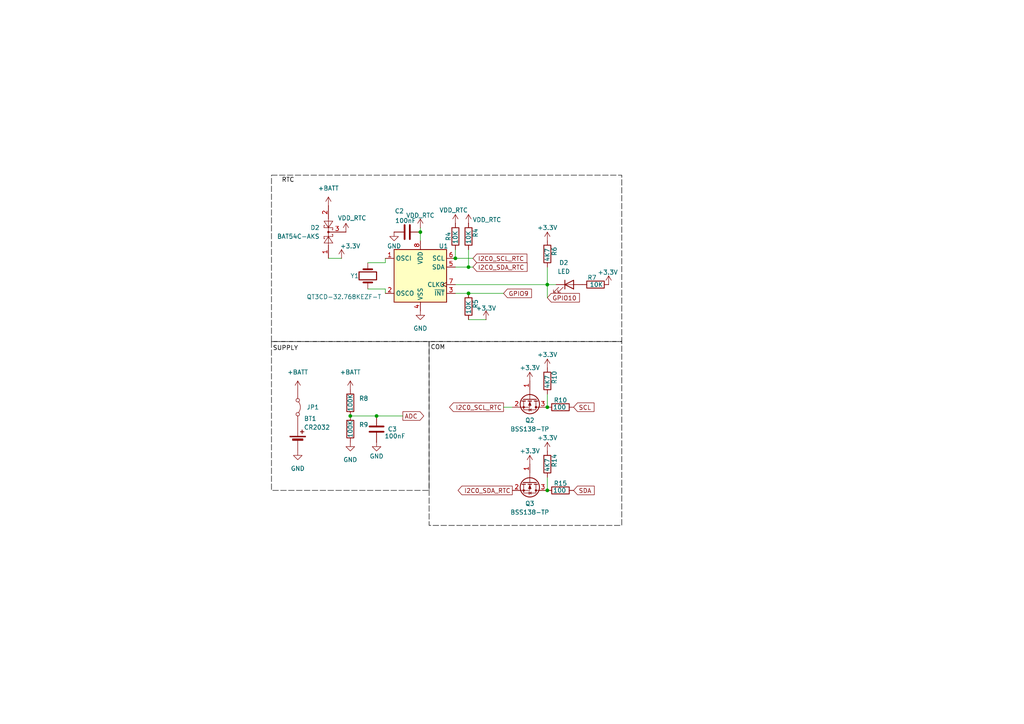
<source format=kicad_sch>
(kicad_sch (version 20250114) (generator "eeschema") (generator_version "9.0")
  (paper "A4")
  (title_block (title "Raspberry Pi Pico Logger - RTC") (date "2026-01-06") (rev "3.0") (company "Creator: Piotr Kłyś"))
  (lib_symbols
    (symbol "Device:Battery_Cell" (pin_numbers (hide yes)) (pin_names (offset 0) (hide yes))
      (property "Reference" "BT" (at 2.54 2.54 0))
      (property "Value" "Battery_Cell" (at 2.54 0 0))
      (symbol "Battery_Cell_0_1"
        (rectangle (start -2.286 1.778) (end 2.286 1.524) (fill (type outline)))
        (rectangle (start -1.524 1.016) (end 1.524 0.508) (fill (type outline)))
        (polyline (pts (xy 0 1.778) (xy 0 2.54)))
        (polyline (pts (xy 0 0.762) (xy 0 0)))
        (polyline (pts (xy 0.762 3.048) (xy 1.778 3.048)) (stroke (width 0.254)))
        (polyline (pts (xy 1.27 3.556) (xy 1.27 2.54)) (stroke (width 0.254)))
      )
      (symbol "Battery_Cell_1_1"
        (pin passive line (at 0 5.08 270) (length 2.54) (name "+") (number "1"))
        (pin passive line (at 0 -2.54 90) (length 2.54) (name "-") (number "2"))
      )
    )
    (symbol "Device:C" (pin_numbers (hide yes)) (pin_names (offset 0.254))
      (property "Reference" "C" (at 0.635 2.54 0))
      (property "Value" "C" (at 0.635 -2.54 0))
      (symbol "C_0_1"
        (polyline (pts (xy -2.032 0.762) (xy 2.032 0.762)) (stroke (width 0.508)))
        (polyline (pts (xy -2.032 -0.762) (xy 2.032 -0.762)) (stroke (width 0.508)))
      )
      (symbol "C_1_1"
        (pin passive line (at 0 3.81 270) (length 2.794) (name "~") (number "1"))
        (pin passive line (at 0 -3.81 90) (length 2.794) (name "~") (number "2"))
      )
    )
    (symbol "Device:Crystal" (pin_numbers (hide yes)) (pin_names (offset 1.016) (hide yes))
      (property "Reference" "Y" (at 0 3.81 0))
      (property "Value" "Crystal" (at 0 -3.81 0))
      (symbol "Crystal_0_1"
        (polyline (pts (xy -2.54 0) (xy -1.905 0)))
        (polyline (pts (xy -1.905 -1.27) (xy -1.905 1.27)) (stroke (width 0.508)))
        (rectangle (start -1.143 2.54) (end 1.143 -2.54) (stroke (width 0.3048)))
        (polyline (pts (xy 1.905 -1.27) (xy 1.905 1.27)) (stroke (width 0.508)))
        (polyline (pts (xy 2.54 0) (xy 1.905 0)))
      )
      (symbol "Crystal_1_1"
        (pin passive line (at -3.81 0 0) (length 1.27) (name "1") (number "1"))
        (pin passive line (at 3.81 0 180) (length 1.27) (name "2") (number "2"))
      )
    )
    (symbol "Device:LED" (pin_numbers (hide yes)) (pin_names (offset 1.016) (hide yes))
      (property "Reference" "D" (at 0 2.54 0))
      (property "Value" "LED" (at 0 -2.54 0))
      (symbol "LED_0_1"
        (polyline (pts (xy -3.048 -0.762) (xy -4.572 -2.286) (xy -3.81 -2.286) (xy -4.572 -2.286) (xy -4.572 -1.524)))
        (polyline (pts (xy -1.778 -0.762) (xy -3.302 -2.286) (xy -2.54 -2.286) (xy -3.302 -2.286) (xy -3.302 -1.524)))
        (polyline (pts (xy -1.27 0) (xy 1.27 0)))
        (polyline (pts (xy -1.27 -1.27) (xy -1.27 1.27)) (stroke (width 0.254)))
        (polyline (pts (xy 1.27 -1.27) (xy 1.27 1.27) (xy -1.27 0) (xy 1.27 -1.27)) (stroke (width 0.254)))
      )
      (symbol "LED_1_1"
        (pin passive line (at -3.81 0 0) (length 2.54) (name "K") (number "1"))
        (pin passive line (at 3.81 0 180) (length 2.54) (name "A") (number "2"))
      )
    )
    (symbol "Device:R" (pin_numbers (hide yes)) (pin_names (offset 0))
      (property "Reference" "R" (at 2.032 0 90))
      (property "Value" "R" (at 0 0 90))
      (symbol "R_0_1"
        (rectangle (start -1.016 -2.54) (end 1.016 2.54) (stroke (width 0.254)))
      )
      (symbol "R_1_1"
        (pin passive line (at 0 3.81 270) (length 1.27) (name "~") (number "1"))
        (pin passive line (at 0 -3.81 90) (length 1.27) (name "~") (number "2"))
      )
    )
    (symbol "Diode:BAT54C" (pin_names (offset 1.016))
      (property "Reference" "D" (at 0.635 -3.81 0))
      (property "Value" "BAT54C" (at -6.35 3.175 0))
      (symbol "BAT54C_0_1"
        (polyline (pts (xy -3.175 -1.27) (xy -3.175 1.27) (xy -1.27 0) (xy -3.175 -1.27)))
        (polyline (pts (xy -1.905 1.27) (xy -1.905 1.016)))
        (polyline (pts (xy -1.905 0) (xy 1.905 0)))
        (polyline (pts (xy -1.27 1.27) (xy -1.905 1.27)))
        (polyline (pts (xy -1.27 1.27) (xy -1.27 -1.27)))
        (polyline (pts (xy -1.27 0) (xy -3.81 0)))
        (polyline (pts (xy -1.27 -1.27) (xy -0.635 -1.27)))
        (polyline (pts (xy -0.635 -1.27) (xy -0.635 -1.016)))
        (circle (center 0 0) (radius 0.254) (fill (type outline)))
        (polyline (pts (xy 0.635 -1.27) (xy 0.635 -1.016)))
        (polyline (pts (xy 1.27 1.27) (xy 1.27 -1.27)))
        (polyline (pts (xy 1.27 1.27) (xy 1.905 1.27)))
        (polyline (pts (xy 1.27 -1.27) (xy 0.635 -1.27)))
        (polyline (pts (xy 1.905 1.27) (xy 1.905 1.016)))
        (polyline (pts (xy 3.175 -1.27) (xy 3.175 1.27) (xy 1.27 0) (xy 3.175 -1.27)))
        (polyline (pts (xy 3.81 0) (xy 1.27 0)))
      )
      (symbol "BAT54C_1_1"
        (pin passive line (at -7.62 0 0) (length 3.81) (name "~") (number "1"))
        (pin passive line (at 0 -5.08 90) (length 5.08) (name "~") (number "3"))
        (pin passive line (at 7.62 0 180) (length 3.81) (name "~") (number "2"))
      )
    )
    (symbol "Jumper:Jumper_2_Bridged" (pin_numbers (hide yes)) (pin_names (offset 0) (hide yes))
      (property "Reference" "JP" (at 0 1.905 0))
      (property "Value" "Jumper_2_Bridged" (at 0 -2.54 0))
      (symbol "Jumper_2_Bridged_0_0"
        (circle (center -2.032 0) (radius 0.508))
        (circle (center 2.032 0) (radius 0.508))
      )
      (symbol "Jumper_2_Bridged_0_1"
        (arc (start -1.524 0.254) (mid 0 0.762) (end 1.524 0.254))
      )
      (symbol "Jumper_2_Bridged_1_1"
        (pin passive line (at -5.08 0 0) (length 2.54) (name "A") (number "1"))
        (pin passive line (at 5.08 0 180) (length 2.54) (name "B") (number "2"))
      )
    )
    (symbol "Timer_RTC:PCF8563T"
      (property "Reference" "U" (at -7.62 8.89 0))
      (property "Value" "PCF8563T" (at 2.54 8.89 0))
      (symbol "PCF8563T_0_1"
        (rectangle (start -7.62 7.62) (end 7.62 -7.62) (stroke (width 0.254)) (fill (type background)))
      )
      (symbol "PCF8563T_1_1"
        (pin input line (at -10.16 5.08 0) (length 2.54) (name "OSCI") (number "1"))
        (pin output line (at -10.16 -5.08 0) (length 2.54) (name "OSCO") (number "2"))
        (pin power_in line (at 0 10.16 270) (length 2.54) (name "VDD") (number "8"))
        (pin power_in line (at 0 -10.16 90) (length 2.54) (name "VSS") (number "4"))
        (pin input line (at 10.16 5.08 180) (length 2.54) (name "SCL") (number "6"))
        (pin bidirectional line (at 10.16 2.54 180) (length 2.54) (name "SDA") (number "5"))
        (pin output clock (at 10.16 -2.54 180) (length 2.54) (name "CLKO") (number "7"))
        (pin output line (at 10.16 -5.08 180) (length 2.54) (name "~{INT}") (number "3"))
      )
    )
    (symbol "Transistor_FET:BSS138" (pin_names (offset 0) (hide yes))
      (property "Reference" "Q" (at 5.08 1.905 0))
      (property "Value" "BSS138" (at 5.08 0 0))
      (symbol "BSS138_0_1"
        (polyline (pts (xy 0.254 1.905) (xy 0.254 -1.905)) (stroke (width 0.254)))
        (polyline (pts (xy 0.254 0) (xy -2.54 0)))
        (polyline (pts (xy 0.762 2.286) (xy 0.762 1.27)) (stroke (width 0.254)))
        (polyline (pts (xy 0.762 0.508) (xy 0.762 -0.508)) (stroke (width 0.254)))
        (polyline (pts (xy 0.762 -1.27) (xy 0.762 -2.286)) (stroke (width 0.254)))
        (polyline (pts (xy 0.762 -1.778) (xy 3.302 -1.778) (xy 3.302 1.778) (xy 0.762 1.778)))
        (polyline (pts (xy 1.016 0) (xy 2.032 0.381) (xy 2.032 -0.381) (xy 1.016 0)) (fill (type outline)))
        (circle (center 1.651 0) (radius 2.794) (stroke (width 0.254)))
        (polyline (pts (xy 2.54 2.54) (xy 2.54 1.778)))
        (circle (center 2.54 1.778) (radius 0.254) (fill (type outline)))
        (circle (center 2.54 -1.778) (radius 0.254) (fill (type outline)))
        (polyline (pts (xy 2.54 -2.54) (xy 2.54 0) (xy 0.762 0)))
        (polyline (pts (xy 2.921 0.381) (xy 3.683 0.381)))
        (polyline (pts (xy 3.302 0.381) (xy 2.921 -0.254) (xy 3.683 -0.254) (xy 3.302 0.381)))
      )
      (symbol "BSS138_1_1"
        (pin input line (at -5.08 0 0) (length 2.54) (name "G") (number "1"))
        (pin passive line (at 2.54 5.08 270) (length 2.54) (name "D") (number "3"))
        (pin passive line (at 2.54 -5.08 90) (length 2.54) (name "S") (number "2"))
      )
    )
    (symbol "power:+3.3V" (power) (pin_numbers (hide yes)) (pin_names (offset 0) (hide yes))
      (property "Value" "+3.3V" (at 0 3.556 0))
      (symbol "+3.3V_0_1"
        (polyline (pts (xy -0.762 1.27) (xy 0 2.54)))
        (polyline (pts (xy 0 2.54) (xy 0.762 1.27)))
        (polyline (pts (xy 0 0) (xy 0 2.54)))
      )
      (symbol "+3.3V_1_1"
        (pin power_in line (at 0 0 90) (length 0) (name "~") (number "1"))
      )
    )
    (symbol "power:+BATT" (power) (pin_numbers (hide yes)) (pin_names (offset 0) (hide yes))
      (property "Value" "+BATT" (at 0 3.556 0))
      (symbol "+BATT_0_1"
        (polyline (pts (xy -0.762 1.27) (xy 0 2.54)))
        (polyline (pts (xy 0 2.54) (xy 0.762 1.27)))
        (polyline (pts (xy 0 0) (xy 0 2.54)))
      )
      (symbol "+BATT_1_1"
        (pin power_in line (at 0 0 90) (length 0) (name "~") (number "1"))
      )
    )
    (symbol "power:GND" (power) (pin_numbers (hide yes)) (pin_names (offset 0) (hide yes))
      (property "Value" "GND" (at 0 -3.81 0))
      (symbol "GND_0_1"
        (polyline (pts (xy 0 0) (xy 0 -1.27) (xy 1.27 -1.27) (xy 0 -2.54) (xy -1.27 -1.27) (xy 0 -1.27)))
      )
      (symbol "GND_1_1"
        (pin power_in line (at 0 0 270) (length 0) (name "~") (number "1"))
      )
    )
  )
  (rectangle (start 78.74 99.06) (end 124.46 142.2406) (stroke (width 0) (type dash) (color 0 0 0 1)))
  (rectangle (start 78.74 50.8) (end 180.34 99.06) (stroke (width 0) (type dash) (color 0 0 0 1)))
  (rectangle (start 124.46 99.06) (end 180.34 152.4) (stroke (width 0) (type dash) (color 0 0 0 1)))
  (text "RTC" (at 83.5424 52.3241 0) (effects (font (size 1.27 1.27))))
  (text "SUPPLY" (at 82.804 101.092 0) (effects (font (size 1.27 1.27))))
  (text "COM" (at 127 100.838 0) (effects (font (size 1.27 1.27))))
  (junction (at 101.6 120.65))
  (junction (at 121.92 67.31))
  (junction (at 135.89 77.47))
  (junction (at 158.75 82.55))
  (junction (at 132.08 74.93))
  (junction (at 135.89 85.09))
  (junction (at 109.22 120.65))
  (junction (at 158.75 142.24))
  (junction (at 158.75 118.11))
  (wire (pts (xy 121.92 67.31) (xy 121.92 69.85)))
  (wire (pts (xy 135.89 72.39) (xy 135.89 77.47)))
  (wire (pts (xy 146.05 85.09) (xy 135.89 85.09)))
  (wire (pts (xy 109.22 120.65) (xy 116.84 120.65)))
  (wire (pts (xy 132.08 74.93) (xy 137.16 74.93)))
  (wire (pts (xy 158.75 77.47) (xy 158.75 82.55)))
  (wire (pts (xy 132.08 82.55) (xy 158.75 82.55)))
  (wire (pts (xy 135.89 77.47) (xy 137.16 77.47)))
  (wire (pts (xy 95.25 74.93) (xy 99.06 74.93)))
  (wire (pts (xy 158.75 82.55) (xy 161.29 82.55)))
  (wire (pts (xy 158.75 114.3) (xy 158.75 118.11)))
  (wire (pts (xy 135.89 92.71) (xy 140.97 92.71)))
  (wire (pts (xy 158.75 86.36) (xy 158.75 82.55)))
  (wire (pts (xy 111.76 83.82) (xy 111.76 85.09)))
  (wire (pts (xy 132.08 77.47) (xy 135.89 77.47)))
  (wire (pts (xy 109.22 120.65) (xy 101.6 120.65)))
  (wire (pts (xy 158.75 138.43) (xy 158.75 142.24)))
  (wire (pts (xy 106.68 76.2) (xy 111.76 76.2)))
  (wire (pts (xy 146.05 118.11) (xy 148.59 118.11)))
  (wire (pts (xy 132.08 72.39) (xy 132.08 74.93)))
  (wire (pts (xy 132.08 85.09) (xy 135.89 85.09)))
  (wire (pts (xy 121.92 66.04) (xy 121.92 67.31)))
  (wire (pts (xy 111.76 76.2) (xy 111.76 74.93)))
  (wire (pts (xy 106.68 83.82) (xy 111.76 83.82)))
  (global_label "GPIO9" (shape input) (at 146.05 85.09 0) (property "Intersheetrefs" "${INTERSHEET_REFS}" (effects (hide yes))))
  (global_label "ADC" (shape output) (at 116.84 120.65 0) (property "Intersheetrefs" "${INTERSHEET_REFS}" (effects (hide yes))))
  (global_label "GPIO10" (shape input) (at 158.75 86.36 0) (property "Intersheetrefs" "${INTERSHEET_REFS}" (effects (hide yes))))
  (global_label "I2C0_SCL_RTC" (shape output) (at 146.05 118.11 180) (property "Intersheetrefs" "${INTERSHEET_REFS}" (effects (hide yes))))
  (global_label "I2C0_SCL_RTC" (shape input) (at 137.16 74.93 0) (property "Intersheetrefs" "${INTERSHEET_REFS}" (effects (hide yes))))
  (global_label "I2C0_SDA_RTC" (shape input) (at 137.16 77.47 0) (property "Intersheetrefs" "${INTERSHEET_REFS}" (effects (hide yes))))
  (global_label "I2C0_SDA_RTC" (shape output) (at 148.59 142.24 180) (property "Intersheetrefs" "${INTERSHEET_REFS}" (effects (hide yes))))
  (global_label "SDA" (shape input) (at 166.37 142.24 0) (property "Intersheetrefs" "${INTERSHEET_REFS}" (effects (hide yes))))
  (global_label "SCL" (shape input) (at 166.37 118.11 0) (property "Intersheetrefs" "${INTERSHEET_REFS}" (effects (hide yes))))
  (symbol (lib_id "power:GND") (at 114.3 67.31 0) (unit 1)
    (property "Reference" "#PWR024" (effects (hide yes)))
    (property "Value" "GND" (at 114.3 71.374 0))
    (property "Description" "Power symbol creates a global label with name \"GND\" , ground" (effects (hide yes)))
  )
  (symbol (lib_id "power:+BATT") (at 101.6 113.03 0) (unit 1)
    (property "Reference" "#+BATT01" (effects (hide yes)))
    (property "Value" "+BATT" (at 101.6 107.95 0))
    (property "Description" "Power symbol creates a global label with name \"+BATT\"" (effects (hide yes)))
  )
  (symbol (lib_id "Transistor_FET:BSS138") (at 153.67 139.7 270) (unit 1)
    (property "Reference" "Q3" (at 153.67 146.05 90))
    (property "Value" "BSS138-TP" (at 153.67 148.59 90))
    (property "Footprint" "Package_TO_SOT_SMD:SOT-23" (effects (hide yes)))
    (property "Datasheet" "https://www.onsemi.com/pub/Collateral/BSS138-D.PDF" (effects (hide yes)))
    (property "Description" "50V Vds, 0.22A Id, N-Channel MOSFET, SOT-23" (effects (hide yes)))
  )
  (symbol (lib_id "power:GND") (at 109.22 128.27 0) (unit 1)
    (property "Reference" "#PWR048" (effects (hide yes)))
    (property "Value" "GND" (at 109.22 132.334 0))
    (property "Description" "Power symbol creates a global label with name \"GND\" , ground" (effects (hide yes)))
  )
  (symbol (lib_id "Device:C") (at 109.22 124.46 0) (unit 1)
    (property "Reference" "C3" (at 113.792 124.46 0))
    (property "Value" "100nF" (at 114.554 126.492 0))
    (property "Footprint" "Capacitor_SMD:C_0805_2012Metric" (effects (hide yes)))
    (property "Description" "Unpolarized capacitor" (effects (hide yes)))
  )
  (symbol (lib_id "power:+3.3V") (at 135.89 64.77 0) (unit 1)
    (property "Reference" "#PWR010" (effects (hide yes)))
    (property "Value" "VDD_RTC" (at 141.224 63.754 0))
    (property "Description" "Power symbol creates a global label with name \"+3.3V\"" (effects (hide yes)))
  )
  (symbol (lib_id "Device:R") (at 135.89 88.9 0) (unit 1)
    (property "Reference" "R5" (at 137.922 88.138 90))
    (property "Value" "10K" (at 135.89 89.154 90))
    (property "Footprint" "Resistor_SMD:R_0805_2012Metric" (effects (hide yes)))
    (property "Description" "Resistor" (effects (hide yes)))
  )
  (symbol (lib_id "power:+3.3V") (at 153.67 134.62 0) (unit 1)
    (property "Reference" "#PWR026" (effects (hide yes)))
    (property "Value" "+3.3V" (at 153.67 130.81 0))
    (property "Description" "Power symbol creates a global label with name \"+3.3V\"" (effects (hide yes)))
  )
  (symbol (lib_id "Timer_RTC:PCF8563T") (at 121.92 80.01 0) (unit 1)
    (property "Reference" "U1" (at 127.254 71.374 0) (effects (justify left)))
    (property "Value" "PCF8563T" (effects (hide yes)))
    (property "Footprint" "Package_SO:SOIC-8_3.9x4.9mm_P1.27mm" (effects (hide yes)))
    (property "Datasheet" "https://www.nxp.com/docs/en/data-sheet/PCF8563.pdf" (effects (hide yes)))
    (property "Description" "Realtime Clock/Calendar I2C Interface, SOIC-8" (effects (hide yes)))
  )
  (symbol (lib_id "Device:R") (at 158.75 73.66 0) (unit 1)
    (property "Reference" "R6" (at 160.782 72.898 90))
    (property "Value" "4K7" (at 158.75 73.914 90))
    (property "Footprint" "Resistor_SMD:R_0805_2012Metric" (effects (hide yes)))
    (property "Description" "Resistor" (effects (hide yes)))
  )
  (symbol (lib_id "Device:R") (at 101.6 124.46 0) (unit 1)
    (property "Reference" "R9" (at 104.14 123.1899 0) (effects (justify left)))
    (property "Value" "100K" (at 101.6 127 90) (effects (justify left)))
    (property "Footprint" "Resistor_SMD:R_0805_2012Metric" (effects (hide yes)))
    (property "Description" "Resistor" (effects (hide yes)))
  )
  (symbol (lib_id "power:+3.3V") (at 158.75 130.81 0) (unit 1)
    (property "Reference" "#PWR036" (effects (hide yes)))
    (property "Value" "+3.3V" (at 158.75 127 0))
    (property "Description" "Power symbol creates a global label with name \"+3.3V\"" (effects (hide yes)))
  )
  (symbol (lib_id "power:GND") (at 101.6 128.27 0) (unit 1)
    (property "Reference" "#PWR028" (effects (hide yes)))
    (property "Value" "GND" (at 101.6 133.35 0))
    (property "Description" "Power symbol creates a global label with name \"GND\" , ground" (effects (hide yes)))
  )
  (symbol (lib_id "Device:Crystal") (at 106.68 80.01 90) (unit 1)
    (property "Reference" "Y1" (at 101.6 80.01 90) (effects (justify right)))
    (property "Value" "QT3CD-32.768KEZF-T" (at 88.9 86.106 90) (effects (justify right)))
    (property "Footprint" "Crystal:Crystal_SMD_3215-2Pin_3.2x1.5mm" (effects (hide yes)))
    (property "Description" "Two pin crystal" (effects (hide yes)))
  )
  (symbol (lib_id "Device:R") (at 172.72 82.55 90) (unit 1)
    (property "Reference" "R7" (at 171.704 80.518 90))
    (property "Value" "10K" (at 172.974 82.55 90))
    (property "Footprint" "Resistor_SMD:R_0805_2012Metric" (effects (hide yes)))
    (property "Description" "Resistor" (effects (hide yes)))
  )
  (symbol (lib_id "Device:Battery_Cell") (at 86.36 128.27 0) (unit 1)
    (property "Reference" "BT1" (at 88.138 121.412 0) (effects (justify left)))
    (property "Value" "CR2032" (at 88.138 123.952 0) (effects (justify left)))
    (property "Footprint" "Battery:BatteryHolder_Keystone_104_1x23mm" (effects (hide yes)))
    (property "Description" "Single-cell battery" (effects (hide yes)))
  )
  (symbol (lib_id "Device:R") (at 162.56 118.11 270) (unit 1)
    (property "Reference" "R10" (at 162.56 116.078 90))
    (property "Value" "100" (at 162.306 118.11 90))
    (property "Footprint" "Resistor_SMD:R_0805_2012Metric" (effects (hide yes)))
    (property "Description" "Resistor" (effects (hide yes)))
  )
  (symbol (lib_id "power:+BATT") (at 95.25 59.69 0) (unit 1)
    (property "Reference" "#+BATT02" (effects (hide yes)))
    (property "Value" "+BATT" (at 95.25 54.61 0))
    (property "Description" "Power symbol creates a global label with name \"+BATT\"" (effects (hide yes)))
  )
  (symbol (lib_id "power:+3.3V") (at 100.33 67.31 0) (unit 1)
    (property "Reference" "#PWR029" (effects (hide yes)))
    (property "Value" "VDD_RTC" (at 102.108 63.246 0))
    (property "Description" "Power symbol creates a global label with name \"+3.3V\"" (effects (hide yes)))
  )
  (symbol (lib_id "Device:R") (at 101.6 116.84 0) (unit 1)
    (property "Reference" "R8" (at 104.14 115.5699 0) (effects (justify left)))
    (property "Value" "100K" (at 101.6 119.38 90) (effects (justify left)))
    (property "Footprint" "Resistor_SMD:R_0805_2012Metric" (effects (hide yes)))
    (property "Description" "Resistor" (effects (hide yes)))
  )
  (symbol (lib_id "Jumper:Jumper_2_Bridged") (at 86.36 118.11 270) (unit 1)
    (property "Reference" "JP1" (at 88.9 118.1099 90) (effects (justify left)))
    (property "Value" "Jumper_2_Bridged" (effects (hide yes)))
    (property "Footprint" "Connector_PinHeader_2.54mm:PinHeader_1x02_P2.54mm_Vertical" (effects (hide yes)))
    (property "Description" "Jumper, 2-pole, closed/bridged" (effects (hide yes)))
  )
  (symbol (lib_id "Device:R") (at 158.75 134.62 0) (unit 1)
    (property "Reference" "R14" (at 160.782 133.604 90))
    (property "Value" "4K7" (at 158.75 134.874 90))
    (property "Footprint" "Resistor_SMD:R_0805_2012Metric" (effects (hide yes)))
    (property "Description" "Resistor" (effects (hide yes)))
  )
  (symbol (lib_id "power:+3.3V") (at 176.53 82.55 0) (unit 1)
    (property "Reference" "#PWR017" (effects (hide yes)))
    (property "Value" "+3.3V" (at 176.276 78.994 0))
    (property "Description" "Power symbol creates a global label with name \"+3.3V\"" (effects (hide yes)))
  )
  (symbol (lib_id "power:+3.3V") (at 158.75 69.85 0) (unit 1)
    (property "Reference" "#PWR015" (effects (hide yes)))
    (property "Value" "+3.3V" (at 158.75 66.04 0))
    (property "Description" "Power symbol creates a global label with name \"+3.3V\"" (effects (hide yes)))
  )
  (symbol (lib_id "power:+BATT") (at 86.36 113.03 0) (unit 1)
    (property "Reference" "#+BATT03" (effects (hide yes)))
    (property "Value" "+BATT" (at 86.36 107.95 0))
    (property "Description" "Power symbol creates a global label with name \"+BATT\"" (effects (hide yes)))
  )
  (symbol (lib_id "power:+3.3V") (at 99.06 74.93 0) (unit 1)
    (property "Reference" "#PWR018" (effects (hide yes)))
    (property "Value" "+3.3V" (at 101.6 71.374 0))
    (property "Description" "Power symbol creates a global label with name \"+3.3V\"" (effects (hide yes)))
  )
  (symbol (lib_id "power:+3.3V") (at 121.92 66.04 0) (unit 1)
    (property "Reference" "#PWR027" (effects (hide yes)))
    (property "Value" "VDD_RTC" (at 121.92 62.484 0))
    (property "Description" "Power symbol creates a global label with name \"+3.3V\"" (effects (hide yes)))
  )
  (symbol (lib_id "Transistor_FET:BSS138") (at 153.67 115.57 270) (unit 1)
    (property "Reference" "Q2" (at 153.67 121.92 90))
    (property "Value" "BSS138-TP" (at 153.67 124.46 90))
    (property "Footprint" "Package_TO_SOT_SMD:SOT-23" (effects (hide yes)))
    (property "Datasheet" "https://www.onsemi.com/pub/Collateral/BSS138-D.PDF" (effects (hide yes)))
    (property "Description" "50V Vds, 0.22A Id, N-Channel MOSFET, SOT-23" (effects (hide yes)))
  )
  (symbol (lib_id "power:+3.3V") (at 140.97 92.71 0) (unit 1)
    (property "Reference" "#PWR011" (effects (hide yes)))
    (property "Value" "+3.3V" (at 140.97 89.408 0))
    (property "Description" "Power symbol creates a global label with name \"+3.3V\"" (effects (hide yes)))
  )
  (symbol (lib_id "Device:R") (at 158.75 110.49 0) (unit 1)
    (property "Reference" "R10" (at 160.782 109.474 90))
    (property "Value" "4K7" (at 158.75 110.744 90))
    (property "Footprint" "Resistor_SMD:R_0805_2012Metric" (effects (hide yes)))
    (property "Description" "Resistor" (effects (hide yes)))
  )
  (symbol (lib_id "power:+3.3V") (at 153.67 110.49 0) (unit 1)
    (property "Reference" "#PWR026" (effects (hide yes)))
    (property "Value" "+3.3V" (at 153.67 106.68 0))
    (property "Description" "Power symbol creates a global label with name \"+3.3V\"" (effects (hide yes)))
  )
  (symbol (lib_id "power:+3.3V") (at 158.75 106.68 0) (unit 1)
    (property "Reference" "#PWR033" (effects (hide yes)))
    (property "Value" "+3.3V" (at 158.75 102.87 0))
    (property "Description" "Power symbol creates a global label with name \"+3.3V\"" (effects (hide yes)))
  )
  (symbol (lib_id "Diode:BAT54C") (at 95.25 67.31 90) (unit 1)
    (property "Reference" "D2" (at 92.71 66.0399 90) (effects (justify left)))
    (property "Value" "BAT54C-AKS" (at 92.71 68.5799 90) (effects (justify left)))
    (property "Footprint" "Package_TO_SOT_SMD:SOT-23" (effects (hide yes)))
    (property "Datasheet" "http://www.diodes.com/_files/datasheets/ds11005.pdf" (effects (hide yes)))
    (property "Description" "dual schottky barrier diode, common cathode" (effects (hide yes)))
  )
  (symbol (lib_id "power:GND") (at 121.92 90.17 0) (unit 1)
    (property "Reference" "#PWR025" (effects (hide yes)))
    (property "Value" "GND" (at 121.92 95.25 0))
    (property "Description" "Power symbol creates a global label with name \"GND\" , ground" (effects (hide yes)))
  )
  (symbol (lib_id "Device:R") (at 162.56 142.24 270) (unit 1)
    (property "Reference" "R15" (at 162.56 140.208 90))
    (property "Value" "100" (at 162.306 142.24 90))
    (property "Footprint" "Resistor_SMD:R_0805_2012Metric" (effects (hide yes)))
    (property "Description" "Resistor" (effects (hide yes)))
  )
  (symbol (lib_id "power:+3.3V") (at 132.08 64.77 0) (unit 1)
    (property "Reference" "#PWR05" (effects (hide yes)))
    (property "Value" "VDD_RTC" (at 131.572 60.96 0))
    (property "Description" "Power symbol creates a global label with name \"+3.3V\"" (effects (hide yes)))
  )
  (symbol (lib_id "Device:LED") (at 165.1 82.55 0) (unit 1)
    (property "Reference" "D2" (at 163.5125 76.2 0))
    (property "Value" "LED" (at 163.5125 78.74 0))
    (property "Footprint" "LED_SMD:LED_0805_2012Metric" (effects (hide yes)))
    (property "Description" "Light emitting diode" (effects (hide yes)))
    (property "Sim.Pins" "1=K 2=A" (effects (hide yes)))
  )
  (symbol (lib_id "power:GND") (at 86.36 130.81 0) (unit 1)
    (property "Reference" "#PWR035" (effects (hide yes)))
    (property "Value" "GND" (at 86.36 135.89 0))
    (property "Description" "Power symbol creates a global label with name \"GND\" , ground" (effects (hide yes)))
  )
  (symbol (lib_id "Device:C") (at 118.11 67.31 270) (unit 1)
    (property "Reference" "C2" (at 115.824 61.214 90))
    (property "Value" "100nF" (at 117.602 64.008 90))
    (property "Footprint" "Capacitor_SMD:C_0805_2012Metric" (effects (hide yes)))
    (property "Description" "Unpolarized capacitor" (effects (hide yes)))
  )
  (symbol (lib_id "Device:R") (at 135.89 68.58 0) (unit 1)
    (property "Reference" "R4" (at 137.922 67.564 90))
    (property "Value" "10K" (at 135.89 68.834 90))
    (property "Footprint" "Resistor_SMD:R_0805_2012Metric" (effects (hide yes)))
    (property "Description" "Resistor" (effects (hide yes)))
  )
  (symbol (lib_id "Device:R") (at 132.08 68.58 0) (unit 1)
    (property "Reference" "R4" (at 130.048 68.58 90))
    (property "Value" "10K" (at 132.08 68.834 90))
    (property "Footprint" "Resistor_SMD:R_0805_2012Metric" (effects (hide yes)))
    (property "Description" "Resistor" (effects (hide yes)))
  )
)
</source>
